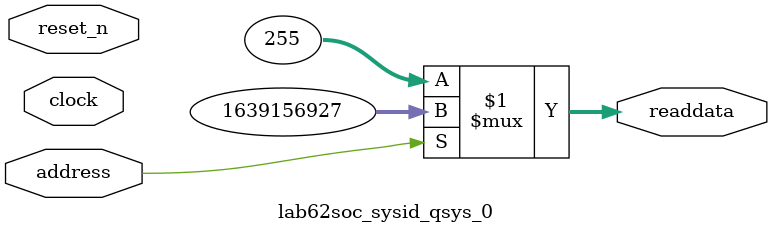
<source format=v>



// synthesis translate_off
`timescale 1ns / 1ps
// synthesis translate_on

// turn off superfluous verilog processor warnings 
// altera message_level Level1 
// altera message_off 10034 10035 10036 10037 10230 10240 10030 

module lab62soc_sysid_qsys_0 (
               // inputs:
                address,
                clock,
                reset_n,

               // outputs:
                readdata
             )
;

  output  [ 31: 0] readdata;
  input            address;
  input            clock;
  input            reset_n;

  wire    [ 31: 0] readdata;
  //control_slave, which is an e_avalon_slave
  assign readdata = address ? 1639156927 : 255;

endmodule



</source>
